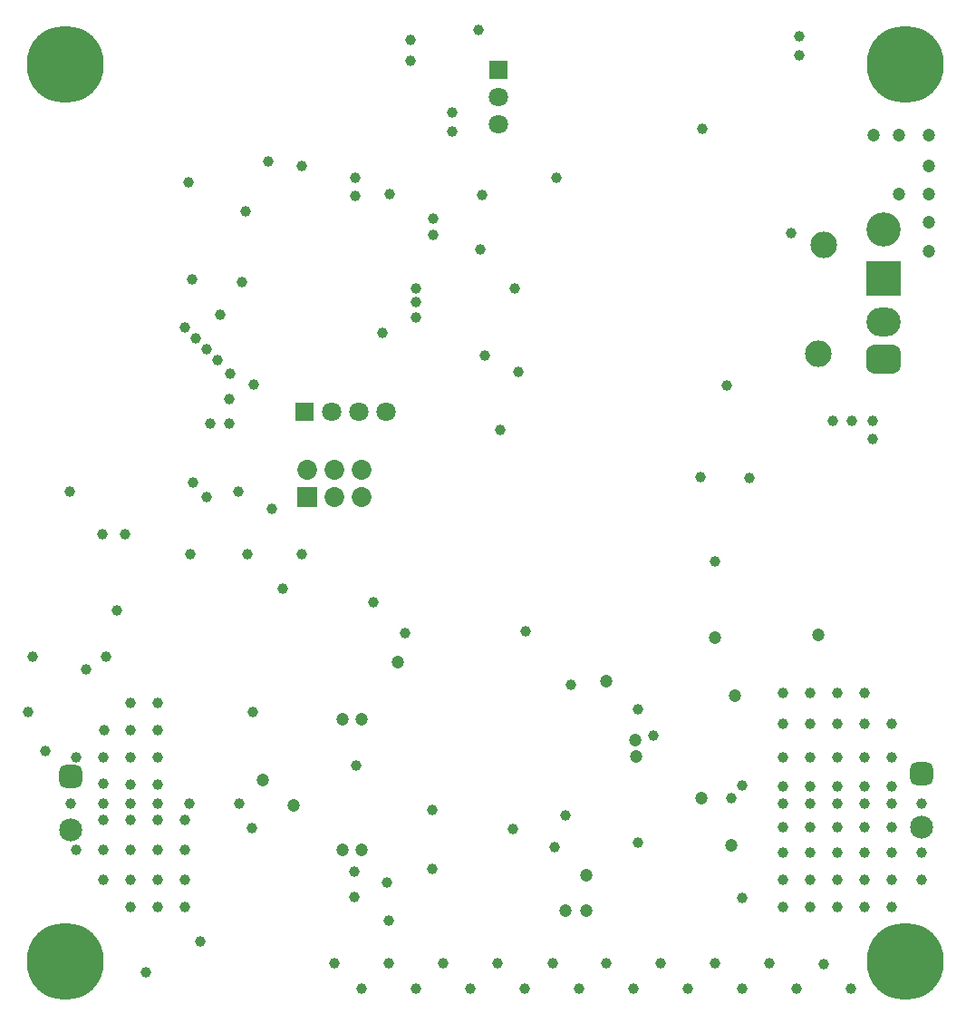
<source format=gbs>
G04*
G04 #@! TF.GenerationSoftware,Altium Limited,Altium Designer,21.3.2 (30)*
G04*
G04 Layer_Color=16711935*
%FSTAX25Y25*%
%MOIN*%
G70*
G04*
G04 #@! TF.SameCoordinates,D88C5563-B55B-4973-966C-210043D782A6*
G04*
G04*
G04 #@! TF.FilePolarity,Negative*
G04*
G01*
G75*
G04:AMPARAMS|DCode=98|XSize=106.42mil|YSize=126.11mil|CornerRadius=28.61mil|HoleSize=0mil|Usage=FLASHONLY|Rotation=90.000|XOffset=0mil|YOffset=0mil|HoleType=Round|Shape=RoundedRectangle|*
%AMROUNDEDRECTD98*
21,1,0.10642,0.06890,0,0,90.0*
21,1,0.04921,0.12611,0,0,90.0*
1,1,0.05721,0.03445,0.02461*
1,1,0.05721,0.03445,-0.02461*
1,1,0.05721,-0.03445,-0.02461*
1,1,0.05721,-0.03445,0.02461*
%
%ADD98ROUNDEDRECTD98*%
%ADD99O,0.12611X0.10642*%
%ADD100C,0.07296*%
%ADD101R,0.07296X0.07296*%
G04:AMPARAMS|DCode=102|XSize=84.77mil|YSize=84.77mil|CornerRadius=23.19mil|HoleSize=0mil|Usage=FLASHONLY|Rotation=270.000|XOffset=0mil|YOffset=0mil|HoleType=Round|Shape=RoundedRectangle|*
%AMROUNDEDRECTD102*
21,1,0.08477,0.03839,0,0,270.0*
21,1,0.03839,0.08477,0,0,270.0*
1,1,0.04639,-0.01919,-0.01919*
1,1,0.04639,-0.01919,0.01919*
1,1,0.04639,0.01919,0.01919*
1,1,0.04639,0.01919,-0.01919*
%
%ADD102ROUNDEDRECTD102*%
%ADD103C,0.08477*%
%ADD104R,0.07099X0.07099*%
%ADD105C,0.07099*%
%ADD106R,0.07099X0.07099*%
%ADD107R,0.12611X0.12611*%
%ADD108C,0.12611*%
%ADD109C,0.09800*%
%ADD111C,0.03950*%
%ADD112C,0.04737*%
%ADD113C,0.03398*%
%ADD143C,0.28359*%
D98*
X0802Y065611D02*
D03*
D99*
Y066989D02*
D03*
D100*
X06102Y06154D02*
D03*
X06002D02*
D03*
X06102Y06054D02*
D03*
X06002D02*
D03*
X05902Y06154D02*
D03*
D101*
Y06054D02*
D03*
D102*
X0816Y0503842D02*
D03*
X0503Y0502843D02*
D03*
D103*
X0816Y0484158D02*
D03*
X0503Y0483157D02*
D03*
D104*
X0660474Y07624D02*
D03*
D105*
Y07524D02*
D03*
Y07424D02*
D03*
X0599Y0637D02*
D03*
X0609D02*
D03*
X0619D02*
D03*
D106*
X0589D02*
D03*
D107*
X0802Y0686D02*
D03*
D108*
Y0703717D02*
D03*
D109*
X07781Y065811D02*
D03*
X0780218Y0698071D02*
D03*
D111*
X05469Y04929D02*
D03*
X0535Y0486818D02*
D03*
Y0455D02*
D03*
Y0476D02*
D03*
X0545Y0465D02*
D03*
X06362Y04688D02*
D03*
X0545Y0486818D02*
D03*
Y0454911D02*
D03*
X06196Y04637D02*
D03*
X0545Y0476D02*
D03*
X06075Y04585D02*
D03*
X0535Y0465D02*
D03*
X0569891Y0484002D02*
D03*
X06263Y0555608D02*
D03*
X07446Y06465D02*
D03*
X0740037Y0581879D02*
D03*
X0670499Y05562D02*
D03*
X06665Y0682313D02*
D03*
X06612Y06302D02*
D03*
X066788Y06516D02*
D03*
X06555Y0657663D02*
D03*
X06145Y0567D02*
D03*
X0752699Y0612504D02*
D03*
X079Y0425D02*
D03*
X077D02*
D03*
X0750119D02*
D03*
X073D02*
D03*
X071D02*
D03*
X069D02*
D03*
X067D02*
D03*
X065D02*
D03*
X063D02*
D03*
X061D02*
D03*
X078Y0433968D02*
D03*
X076Y0434227D02*
D03*
X074D02*
D03*
X072D02*
D03*
X07D02*
D03*
X068048D02*
D03*
X066D02*
D03*
X064D02*
D03*
X062D02*
D03*
Y045D02*
D03*
X06Y0434227D02*
D03*
X0493932Y0512306D02*
D03*
X0516Y0547D02*
D03*
X052Y0563916D02*
D03*
X0530743Y0430817D02*
D03*
X05087Y05421D02*
D03*
X0515Y0476D02*
D03*
X0505D02*
D03*
X04876Y05266D02*
D03*
X055098Y0442168D02*
D03*
X0535Y0492994D02*
D03*
X0525Y0486818D02*
D03*
X056524Y0492763D02*
D03*
X0505Y051D02*
D03*
X0503Y0492994D02*
D03*
X0515D02*
D03*
X0525D02*
D03*
X0816Y04928D02*
D03*
X0805D02*
D03*
X0795D02*
D03*
X0785D02*
D03*
X0775D02*
D03*
X0765D02*
D03*
X0746Y0495D02*
D03*
X0795Y0533564D02*
D03*
X0805Y051D02*
D03*
Y0522329D02*
D03*
X0795D02*
D03*
Y051D02*
D03*
X0785Y0533564D02*
D03*
Y0522329D02*
D03*
Y051D02*
D03*
X0775D02*
D03*
Y0522329D02*
D03*
Y0533564D02*
D03*
X0765D02*
D03*
Y0522329D02*
D03*
Y051D02*
D03*
Y0499158D02*
D03*
X0775D02*
D03*
X0785D02*
D03*
X0795D02*
D03*
X0805D02*
D03*
Y0455D02*
D03*
X0795D02*
D03*
X0785D02*
D03*
X0775D02*
D03*
X0765D02*
D03*
X0816Y0465D02*
D03*
X0805D02*
D03*
X0795D02*
D03*
X0785D02*
D03*
X0775D02*
D03*
X0765D02*
D03*
X0816Y0475D02*
D03*
X0805D02*
D03*
X0795D02*
D03*
X0785D02*
D03*
X0775D02*
D03*
X0765D02*
D03*
Y0484158D02*
D03*
X0775D02*
D03*
X0785D02*
D03*
X0795D02*
D03*
X0805D02*
D03*
X075Y04582D02*
D03*
X07174Y05179D02*
D03*
X0525Y053D02*
D03*
X0535D02*
D03*
Y052D02*
D03*
X0525D02*
D03*
X05154D02*
D03*
X0515Y051D02*
D03*
X0535D02*
D03*
X0525D02*
D03*
X0515Y0500147D02*
D03*
X0525Y05D02*
D03*
X0535D02*
D03*
X0525Y0455D02*
D03*
Y0465D02*
D03*
X0515D02*
D03*
X0525Y0476D02*
D03*
X0515Y0486818D02*
D03*
X06364Y0701898D02*
D03*
X0643634Y0747D02*
D03*
Y0739983D02*
D03*
X05759Y0728839D02*
D03*
X0570156Y0526631D02*
D03*
X06075Y0467714D02*
D03*
X06081Y0506768D02*
D03*
X06853Y04884D02*
D03*
X06657Y04835D02*
D03*
X06813Y04767D02*
D03*
X0636Y04904D02*
D03*
X07119Y04784D02*
D03*
X0687Y0536662D02*
D03*
X07119Y05276D02*
D03*
X07501Y04994D02*
D03*
X0581Y0572D02*
D03*
X06077Y0723D02*
D03*
X06204Y07169D02*
D03*
X05581Y06725D02*
D03*
X06545Y07165D02*
D03*
X06539Y06965D02*
D03*
X04891Y05468D02*
D03*
X063Y06716D02*
D03*
Y0682213D02*
D03*
Y0677307D02*
D03*
X06077Y07161D02*
D03*
X05674Y07104D02*
D03*
X05662Y06844D02*
D03*
X05615Y064165D02*
D03*
Y06325D02*
D03*
X05618Y06508D02*
D03*
X0628009Y07736D02*
D03*
X06533Y07773D02*
D03*
X06818Y07227D02*
D03*
X0523Y05918D02*
D03*
X0514782D02*
D03*
X05027Y06076D02*
D03*
X07713Y0775005D02*
D03*
X05882Y05846D02*
D03*
X05682D02*
D03*
X05472D02*
D03*
X0548Y06107D02*
D03*
X0545Y0668D02*
D03*
X0549Y0664D02*
D03*
X0553Y066D02*
D03*
X0557Y0656D02*
D03*
X057051Y064679D02*
D03*
X0628009Y0766D02*
D03*
X05546Y06324D02*
D03*
X05647Y0607562D02*
D03*
X05771Y06013D02*
D03*
X05531Y06054D02*
D03*
X06178Y0666D02*
D03*
X0588Y07271D02*
D03*
X0547854Y06854D02*
D03*
X0546372Y07213D02*
D03*
X06364Y0707747D02*
D03*
X073488Y0612799D02*
D03*
X07713Y0767784D02*
D03*
X0768Y07026D02*
D03*
X07355Y0741D02*
D03*
X0790599Y06335D02*
D03*
X0783328D02*
D03*
X0797999Y06268D02*
D03*
Y06335D02*
D03*
D112*
X0700254Y0537991D02*
D03*
X06234Y05448D02*
D03*
X0778029Y0555D02*
D03*
X06928Y04536D02*
D03*
X0735Y0495D02*
D03*
X0746Y0477623D02*
D03*
X081876Y0695882D02*
D03*
Y0706418D02*
D03*
Y07169D02*
D03*
Y0727295D02*
D03*
Y07386D02*
D03*
X0740037Y0554D02*
D03*
X05852Y04923D02*
D03*
X0573732Y0501631D02*
D03*
X0685Y0453689D02*
D03*
X06928Y0466415D02*
D03*
X0603Y0524D02*
D03*
X061D02*
D03*
X0603Y0476D02*
D03*
X061D02*
D03*
X07109Y05162D02*
D03*
X0711016Y05101D02*
D03*
X07475Y05325D02*
D03*
X0807826Y07169D02*
D03*
X0798574Y07386D02*
D03*
X0807826D02*
D03*
D113*
X0814331Y0424567D02*
D03*
X0799567Y0430669D02*
D03*
X0805669Y0445433D02*
D03*
X0820433Y0439331D02*
D03*
X0799567D02*
D03*
X0814331Y0445433D02*
D03*
X0820433Y0430669D02*
D03*
X0805669Y0424567D02*
D03*
X0505331D02*
D03*
X0490567Y0430669D02*
D03*
X0496669Y0445433D02*
D03*
X0511433Y0439331D02*
D03*
X0490567D02*
D03*
X0505331Y0445433D02*
D03*
X0511433Y0430669D02*
D03*
X0496669Y0424567D02*
D03*
X0805669Y0754167D02*
D03*
X0820433Y0760269D02*
D03*
X0814331Y0775033D02*
D03*
X0799567Y0768931D02*
D03*
X0820433D02*
D03*
X0805669Y0775033D02*
D03*
X0799567Y0760269D02*
D03*
X0814331Y0754167D02*
D03*
X0505331D02*
D03*
X0490567Y0760269D02*
D03*
X0496669Y0775033D02*
D03*
X0511433Y0768931D02*
D03*
X0490567D02*
D03*
X0505331Y0775033D02*
D03*
X0511433Y0760269D02*
D03*
X0496669Y0754167D02*
D03*
D143*
X081Y0435D02*
D03*
X0501D02*
D03*
X081Y07646D02*
D03*
X0501D02*
D03*
M02*

</source>
